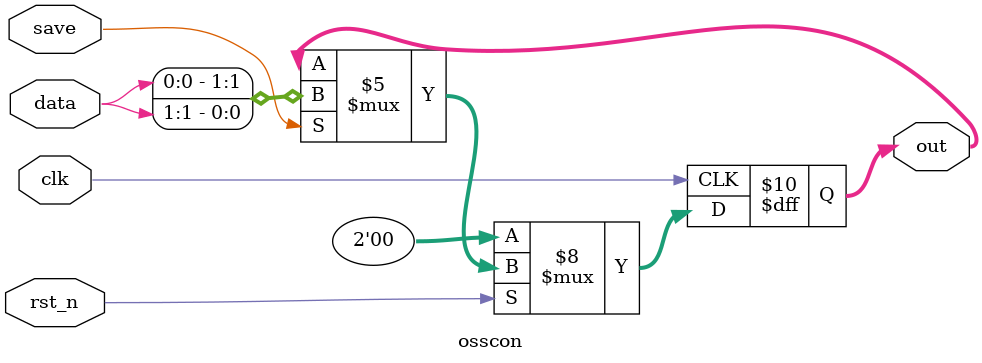
<source format=v>
module osscon(input wire clk,
					input wire rst_n,
					input wire [3:0]data,
					input wire save,
					output reg [1:0]out);
					
always @(posedge clk)
begin
	if (rst_n == 0)
		out <= 0;
	else 
		begin 
			if (save == 1)
				out <= {data[0], data[1]};
			else
				out <= out;
		end
end
endmodule
</source>
